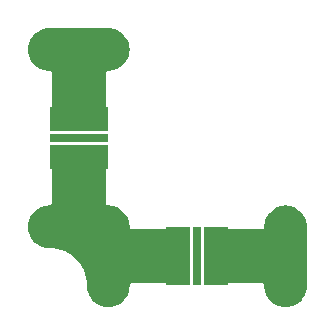
<source format=gbr>
%TF.GenerationSoftware,KiCad,Pcbnew,6.0.1-79c1e3a40b~116~ubuntu20.04.1*%
%TF.CreationDate,2022-01-29T12:22:12+01:00*%
%TF.ProjectId,pcb-connector-x2,7063622d-636f-46e6-9e65-63746f722d78,1*%
%TF.SameCoordinates,Original*%
%TF.FileFunction,Copper,L1,Top*%
%TF.FilePolarity,Positive*%
%FSLAX46Y46*%
G04 Gerber Fmt 4.6, Leading zero omitted, Abs format (unit mm)*
G04 Created by KiCad (PCBNEW 6.0.1-79c1e3a40b~116~ubuntu20.04.1) date 2022-01-29 12:22:12*
%MOMM*%
%LPD*%
G01*
G04 APERTURE LIST*
%TA.AperFunction,SMDPad,CuDef*%
%ADD10R,3.000000X0.800000*%
%TD*%
%TA.AperFunction,ComponentPad*%
%ADD11C,0.800000*%
%TD*%
%TA.AperFunction,SMDPad,CuDef*%
%ADD12R,3.000000X2.000000*%
%TD*%
%TA.AperFunction,SMDPad,CuDef*%
%ADD13R,0.800000X3.000000*%
%TD*%
%TA.AperFunction,SMDPad,CuDef*%
%ADD14R,2.000000X3.000000*%
%TD*%
%TA.AperFunction,ComponentPad*%
%ADD15C,3.400000*%
%TD*%
G04 APERTURE END LIST*
D10*
%TO.P,J2,1,Pin_1*%
%TO.N,Net-(J2-Pad1)*%
X138500000Y-92500000D03*
D11*
%TO.P,J2,2,Pin_2*%
%TO.N,GND*%
X138000000Y-94000000D03*
X139000000Y-94000000D03*
X139500000Y-91500000D03*
X137500000Y-91500000D03*
X139500000Y-93500000D03*
D12*
X138500000Y-90900000D03*
X138500000Y-94100000D03*
D11*
X138000000Y-91000000D03*
X139000000Y-91000000D03*
X138500000Y-91500000D03*
X137500000Y-93500000D03*
X138500000Y-93500000D03*
%TD*%
D13*
%TO.P,J3,1,Pin_1*%
%TO.N,Net-(J1-Pad1)*%
X147500000Y-103500000D03*
D11*
%TO.P,J3,2,Pin_2*%
%TO.N,GND*%
X146000000Y-103000000D03*
X146000000Y-104000000D03*
X148500000Y-104500000D03*
X148500000Y-102500000D03*
X146500000Y-104500000D03*
D14*
X149100000Y-103500000D03*
X145900000Y-103500000D03*
D11*
X149000000Y-103000000D03*
X149000000Y-104000000D03*
X148500000Y-103500000D03*
X146500000Y-102500000D03*
X146500000Y-103500000D03*
%TD*%
D13*
%TO.P,J1,1,Pin_1*%
%TO.N,Net-(J1-Pad1)*%
X147500000Y-101500000D03*
D11*
%TO.P,J1,2,Pin_2*%
%TO.N,GND*%
X149000000Y-102000000D03*
X149000000Y-101000000D03*
X146500000Y-100500000D03*
X146500000Y-102500000D03*
X148500000Y-100500000D03*
D14*
X145900000Y-101500000D03*
X149100000Y-101500000D03*
D11*
X146000000Y-102000000D03*
X146000000Y-101000000D03*
X146500000Y-101500000D03*
X148500000Y-102500000D03*
X148500000Y-101500000D03*
%TD*%
D10*
%TO.P,J4,1,Pin_1*%
%TO.N,Net-(J2-Pad1)*%
X136500000Y-92500000D03*
D11*
%TO.P,J4,2,Pin_2*%
%TO.N,GND*%
X137000000Y-91000000D03*
X136000000Y-91000000D03*
X135500000Y-93500000D03*
X137500000Y-93500000D03*
X135500000Y-91500000D03*
D12*
X136500000Y-94100000D03*
X136500000Y-90900000D03*
D11*
X137000000Y-94000000D03*
X136000000Y-94000000D03*
X136500000Y-93500000D03*
X137500000Y-91500000D03*
X136500000Y-91500000D03*
%TD*%
D15*
%TO.P,H2,1,1*%
%TO.N,GND*%
X140000000Y-105000000D03*
%TD*%
%TO.P,H7,1,1*%
%TO.N,GND*%
X140000000Y-85000000D03*
%TD*%
%TO.P,H1,1,1*%
%TO.N,GND*%
X155000000Y-100000000D03*
%TD*%
%TO.P,H3,1,1*%
%TO.N,GND*%
X140000000Y-100000000D03*
%TD*%
%TO.P,H6,1,1*%
%TO.N,GND*%
X135000000Y-85000000D03*
%TD*%
%TO.P,H5,1,1*%
%TO.N,GND*%
X155000000Y-105000000D03*
%TD*%
%TO.P,H4,1,1*%
%TO.N,GND*%
X135000000Y-100000000D03*
%TD*%
%TA.AperFunction,Conductor*%
%TO.N,GND*%
G36*
X139759191Y-93119407D02*
G01*
X139795155Y-93168907D01*
X139800000Y-93199500D01*
X139800000Y-97994123D01*
X139799955Y-98045449D01*
X139804781Y-98055498D01*
X139804781Y-98055500D01*
X139805185Y-98056341D01*
X139812463Y-98077183D01*
X139812670Y-98078093D01*
X139812672Y-98078096D01*
X139815150Y-98088962D01*
X139822097Y-98097680D01*
X139822520Y-98098211D01*
X139834334Y-98117046D01*
X139834625Y-98117653D01*
X139834628Y-98117657D01*
X139839453Y-98127705D01*
X139848893Y-98135254D01*
X139864484Y-98150872D01*
X139872015Y-98160323D01*
X139882058Y-98165167D01*
X139882663Y-98165459D01*
X139901478Y-98177308D01*
X139902005Y-98177730D01*
X139902010Y-98177732D01*
X139910715Y-98184694D01*
X139922405Y-98187382D01*
X139922492Y-98187402D01*
X139943318Y-98194715D01*
X139954202Y-98199965D01*
X139966018Y-98199975D01*
X139988120Y-98202494D01*
X139988774Y-98202644D01*
X139988775Y-98202644D01*
X139999642Y-98205143D01*
X140010517Y-98202682D01*
X140021664Y-98202702D01*
X140021664Y-98202863D01*
X140031669Y-98202076D01*
X140103759Y-98206801D01*
X140228475Y-98214975D01*
X140241302Y-98216663D01*
X140459516Y-98260068D01*
X140472016Y-98263418D01*
X140682691Y-98334933D01*
X140694653Y-98339889D01*
X140735816Y-98360188D01*
X140894180Y-98438284D01*
X140905386Y-98444753D01*
X141090385Y-98568365D01*
X141100639Y-98576233D01*
X141267914Y-98722930D01*
X141277069Y-98732085D01*
X141423767Y-98899361D01*
X141431635Y-98909615D01*
X141555247Y-99094614D01*
X141561716Y-99105820D01*
X141633929Y-99252253D01*
X141660111Y-99305346D01*
X141665067Y-99317309D01*
X141736581Y-99527980D01*
X141739932Y-99540484D01*
X141780381Y-99743833D01*
X141783336Y-99758691D01*
X141785026Y-99771530D01*
X141797891Y-99967816D01*
X141797101Y-99977628D01*
X141797375Y-99977628D01*
X141797355Y-99988778D01*
X141794857Y-99999642D01*
X141797317Y-100010514D01*
X141797317Y-100010516D01*
X141797525Y-100011433D01*
X141799965Y-100033360D01*
X141799964Y-100034298D01*
X141799965Y-100034301D01*
X141799955Y-100045449D01*
X141805072Y-100056106D01*
X141812386Y-100077110D01*
X141814995Y-100088639D01*
X141822512Y-100098106D01*
X141834220Y-100116807D01*
X141839453Y-100127705D01*
X141848157Y-100134666D01*
X141848158Y-100134667D01*
X141848684Y-100135087D01*
X141864385Y-100150843D01*
X141864801Y-100151367D01*
X141864803Y-100151369D01*
X141871736Y-100160100D01*
X141881770Y-100164961D01*
X141881771Y-100164962D01*
X141882613Y-100165370D01*
X141901279Y-100177147D01*
X141910715Y-100184694D01*
X141921578Y-100187192D01*
X141921583Y-100187194D01*
X141922236Y-100187344D01*
X141943220Y-100194733D01*
X141943822Y-100195025D01*
X141943823Y-100195025D01*
X141953853Y-100199885D01*
X141977041Y-100199946D01*
X141977036Y-100201667D01*
X141977277Y-100201643D01*
X141977277Y-100200000D01*
X141997758Y-100200000D01*
X142044297Y-100200122D01*
X142044298Y-100200122D01*
X142045100Y-100200124D01*
X142045350Y-100200005D01*
X142045390Y-100200000D01*
X146800500Y-100200000D01*
X146858691Y-100218907D01*
X146894655Y-100268407D01*
X146899500Y-100299000D01*
X146899500Y-104701000D01*
X146880593Y-104759191D01*
X146831093Y-104795155D01*
X146800500Y-104800000D01*
X142005877Y-104800000D01*
X141954551Y-104799955D01*
X141944502Y-104804781D01*
X141944500Y-104804781D01*
X141943659Y-104805185D01*
X141922817Y-104812463D01*
X141921907Y-104812670D01*
X141921904Y-104812672D01*
X141911038Y-104815150D01*
X141902320Y-104822097D01*
X141901789Y-104822520D01*
X141882954Y-104834334D01*
X141882347Y-104834625D01*
X141882343Y-104834628D01*
X141872295Y-104839453D01*
X141864746Y-104848893D01*
X141849128Y-104864484D01*
X141839677Y-104872015D01*
X141834593Y-104882555D01*
X141834541Y-104882663D01*
X141822692Y-104901478D01*
X141822270Y-104902005D01*
X141822268Y-104902010D01*
X141815306Y-104910715D01*
X141812808Y-104921581D01*
X141812598Y-104922492D01*
X141805285Y-104943318D01*
X141800035Y-104954202D01*
X141800025Y-104965701D01*
X141800025Y-104966016D01*
X141797506Y-104988120D01*
X141797426Y-104988470D01*
X141794857Y-104999642D01*
X141797318Y-105010517D01*
X141797298Y-105021663D01*
X141796985Y-105021662D01*
X141797739Y-105031614D01*
X141782184Y-105249109D01*
X141780173Y-105263091D01*
X141728593Y-105500197D01*
X141724614Y-105513750D01*
X141639812Y-105741113D01*
X141633944Y-105753962D01*
X141517649Y-105966938D01*
X141510013Y-105978820D01*
X141364595Y-106173077D01*
X141355345Y-106183753D01*
X141183753Y-106355345D01*
X141173077Y-106364595D01*
X140978820Y-106510013D01*
X140966938Y-106517649D01*
X140753962Y-106633944D01*
X140741113Y-106639812D01*
X140603110Y-106691284D01*
X140513747Y-106724615D01*
X140500200Y-106728592D01*
X140263088Y-106780173D01*
X140249112Y-106782184D01*
X140007061Y-106799495D01*
X139992939Y-106799495D01*
X139750888Y-106782184D01*
X139736912Y-106780173D01*
X139499800Y-106728592D01*
X139486253Y-106724615D01*
X139396890Y-106691284D01*
X139258887Y-106639812D01*
X139246038Y-106633944D01*
X139033062Y-106517649D01*
X139021180Y-106510013D01*
X138826923Y-106364595D01*
X138816247Y-106355345D01*
X138644655Y-106183753D01*
X138635405Y-106173077D01*
X138489987Y-105978820D01*
X138482351Y-105966938D01*
X138366056Y-105753962D01*
X138360188Y-105741113D01*
X138275386Y-105513750D01*
X138271407Y-105500197D01*
X138219827Y-105263091D01*
X138217816Y-105249109D01*
X138202316Y-105032382D01*
X138203927Y-105011833D01*
X138203235Y-105011753D01*
X138203877Y-105006176D01*
X138205142Y-105000716D01*
X138205143Y-105000000D01*
X138204197Y-104995852D01*
X138204135Y-104995100D01*
X138203804Y-104988774D01*
X138186838Y-104665050D01*
X138134368Y-104333769D01*
X138047558Y-104009788D01*
X137927357Y-103696656D01*
X137926184Y-103694353D01*
X137926180Y-103694345D01*
X137776261Y-103400111D01*
X137776256Y-103400103D01*
X137775085Y-103397804D01*
X137681846Y-103254229D01*
X137593824Y-103118687D01*
X137593818Y-103118679D01*
X137592407Y-103116506D01*
X137381327Y-102855844D01*
X137144156Y-102618673D01*
X136883494Y-102407593D01*
X136881321Y-102406182D01*
X136881313Y-102406176D01*
X136604374Y-102226329D01*
X136604368Y-102226326D01*
X136602196Y-102224915D01*
X136599897Y-102223744D01*
X136599889Y-102223739D01*
X136305655Y-102073820D01*
X136305647Y-102073816D01*
X136303344Y-102072643D01*
X135990212Y-101952442D01*
X135987715Y-101951773D01*
X135987709Y-101951771D01*
X135668740Y-101866304D01*
X135668735Y-101866303D01*
X135666231Y-101865632D01*
X135628753Y-101859696D01*
X135337516Y-101813568D01*
X135337508Y-101813567D01*
X135334950Y-101813162D01*
X135006046Y-101795925D01*
X135004910Y-101795831D01*
X135000716Y-101794858D01*
X135000360Y-101794858D01*
X135000358Y-101794857D01*
X135000000Y-101794857D01*
X134994588Y-101796091D01*
X134989061Y-101796714D01*
X134988995Y-101796124D01*
X134968132Y-101797720D01*
X134829375Y-101787797D01*
X134750888Y-101782184D01*
X134736912Y-101780173D01*
X134499800Y-101728592D01*
X134486253Y-101724615D01*
X134396890Y-101691284D01*
X134258887Y-101639812D01*
X134246038Y-101633944D01*
X134033062Y-101517649D01*
X134021180Y-101510013D01*
X133826923Y-101364595D01*
X133816247Y-101355345D01*
X133644655Y-101183753D01*
X133635405Y-101173077D01*
X133489987Y-100978820D01*
X133482351Y-100966938D01*
X133366056Y-100753962D01*
X133360188Y-100741113D01*
X133275386Y-100513750D01*
X133271407Y-100500197D01*
X133225197Y-100287774D01*
X133219827Y-100263088D01*
X133217816Y-100249109D01*
X133217223Y-100240809D01*
X133200505Y-100007061D01*
X133200505Y-99992938D01*
X133217816Y-99750891D01*
X133219827Y-99736909D01*
X133263941Y-99534126D01*
X133271408Y-99499800D01*
X133275386Y-99486250D01*
X133280499Y-99472543D01*
X133340687Y-99311170D01*
X133360188Y-99258887D01*
X133366056Y-99246038D01*
X133482351Y-99033062D01*
X133489987Y-99021180D01*
X133635405Y-98826923D01*
X133644655Y-98816247D01*
X133816247Y-98644655D01*
X133826923Y-98635405D01*
X134021180Y-98489987D01*
X134033062Y-98482351D01*
X134246038Y-98366056D01*
X134258887Y-98360188D01*
X134396890Y-98308716D01*
X134486253Y-98275385D01*
X134499800Y-98271408D01*
X134736912Y-98219827D01*
X134750888Y-98217816D01*
X134967873Y-98202298D01*
X134977628Y-98203054D01*
X134977629Y-98202626D01*
X134988779Y-98202645D01*
X134999642Y-98205143D01*
X135010514Y-98202683D01*
X135010515Y-98202683D01*
X135010904Y-98202595D01*
X135011434Y-98202475D01*
X135033360Y-98200035D01*
X135034298Y-98200036D01*
X135034301Y-98200035D01*
X135045449Y-98200045D01*
X135056106Y-98194928D01*
X135077110Y-98187614D01*
X135077765Y-98187466D01*
X135077767Y-98187465D01*
X135088639Y-98185005D01*
X135098106Y-98177488D01*
X135116809Y-98165779D01*
X135127705Y-98160547D01*
X135134666Y-98151843D01*
X135134667Y-98151842D01*
X135135087Y-98151316D01*
X135150843Y-98135615D01*
X135151367Y-98135199D01*
X135151369Y-98135197D01*
X135160100Y-98128264D01*
X135165370Y-98117387D01*
X135177147Y-98098722D01*
X135177731Y-98097992D01*
X135177731Y-98097991D01*
X135184694Y-98089285D01*
X135187192Y-98078422D01*
X135187194Y-98078417D01*
X135187344Y-98077764D01*
X135194733Y-98056780D01*
X135195025Y-98056178D01*
X135195025Y-98056177D01*
X135199885Y-98046147D01*
X135199946Y-98022959D01*
X135201667Y-98022964D01*
X135201643Y-98022723D01*
X135200000Y-98022723D01*
X135200000Y-98002242D01*
X135200122Y-97955703D01*
X135200122Y-97955702D01*
X135200124Y-97954900D01*
X135200005Y-97954650D01*
X135200000Y-97954610D01*
X135200000Y-93199500D01*
X135218907Y-93141309D01*
X135268407Y-93105345D01*
X135299000Y-93100500D01*
X139701000Y-93100500D01*
X139759191Y-93119407D01*
G37*
%TD.AperFunction*%
%TA.AperFunction,Conductor*%
G36*
X155249112Y-98217816D02*
G01*
X155263088Y-98219827D01*
X155500200Y-98271408D01*
X155513747Y-98275385D01*
X155603110Y-98308716D01*
X155741113Y-98360188D01*
X155753962Y-98366056D01*
X155966938Y-98482351D01*
X155978820Y-98489987D01*
X156173077Y-98635405D01*
X156183753Y-98644655D01*
X156355345Y-98816247D01*
X156364595Y-98826923D01*
X156510013Y-99021180D01*
X156517649Y-99033062D01*
X156633944Y-99246038D01*
X156639812Y-99258887D01*
X156659313Y-99311170D01*
X156719502Y-99472543D01*
X156724614Y-99486250D01*
X156728592Y-99499800D01*
X156736060Y-99534126D01*
X156780173Y-99736909D01*
X156782184Y-99750891D01*
X156797702Y-99967873D01*
X156796946Y-99977628D01*
X156797374Y-99977629D01*
X156797355Y-99988779D01*
X156794857Y-99999642D01*
X156797317Y-100010514D01*
X156797317Y-100010515D01*
X156797559Y-100011583D01*
X156800000Y-100033432D01*
X156800000Y-104966040D01*
X156797482Y-104988227D01*
X156794857Y-104999642D01*
X156797318Y-105010517D01*
X156797298Y-105021663D01*
X156796985Y-105021662D01*
X156797739Y-105031614D01*
X156782184Y-105249109D01*
X156780173Y-105263091D01*
X156728593Y-105500197D01*
X156724614Y-105513750D01*
X156639812Y-105741113D01*
X156633944Y-105753962D01*
X156517649Y-105966938D01*
X156510013Y-105978820D01*
X156364595Y-106173077D01*
X156355345Y-106183753D01*
X156183753Y-106355345D01*
X156173077Y-106364595D01*
X155978820Y-106510013D01*
X155966938Y-106517649D01*
X155753962Y-106633944D01*
X155741113Y-106639812D01*
X155603110Y-106691284D01*
X155513747Y-106724615D01*
X155500200Y-106728592D01*
X155263088Y-106780173D01*
X155249112Y-106782184D01*
X155007061Y-106799495D01*
X154992939Y-106799495D01*
X154750888Y-106782184D01*
X154736912Y-106780173D01*
X154499800Y-106728592D01*
X154486253Y-106724615D01*
X154396890Y-106691284D01*
X154258887Y-106639812D01*
X154246038Y-106633944D01*
X154033062Y-106517649D01*
X154021180Y-106510013D01*
X153826923Y-106364595D01*
X153816247Y-106355345D01*
X153644655Y-106183753D01*
X153635405Y-106173077D01*
X153489987Y-105978820D01*
X153482351Y-105966938D01*
X153366056Y-105753962D01*
X153360188Y-105741113D01*
X153275386Y-105513750D01*
X153271407Y-105500197D01*
X153219827Y-105263091D01*
X153217816Y-105249109D01*
X153202316Y-105032382D01*
X153203927Y-105011833D01*
X153203235Y-105011753D01*
X153203877Y-105006175D01*
X153205142Y-105000716D01*
X153205143Y-105000000D01*
X153203900Y-104994550D01*
X153203899Y-104994543D01*
X153202514Y-104988470D01*
X153200035Y-104966372D01*
X153200036Y-104965701D01*
X153200035Y-104965698D01*
X153200045Y-104954551D01*
X153195058Y-104944164D01*
X153194815Y-104943659D01*
X153187537Y-104922817D01*
X153187330Y-104921907D01*
X153187328Y-104921904D01*
X153184850Y-104911038D01*
X153177480Y-104901789D01*
X153165666Y-104882954D01*
X153165375Y-104882347D01*
X153165372Y-104882343D01*
X153160547Y-104872295D01*
X153151107Y-104864746D01*
X153135516Y-104849128D01*
X153127985Y-104839677D01*
X153117337Y-104834541D01*
X153098522Y-104822692D01*
X153097995Y-104822270D01*
X153097990Y-104822268D01*
X153089285Y-104815306D01*
X153077508Y-104812598D01*
X153056682Y-104805285D01*
X153055836Y-104804877D01*
X153045798Y-104800035D01*
X153034653Y-104800025D01*
X153034652Y-104800025D01*
X153022787Y-104800015D01*
X153022789Y-104798270D01*
X153022723Y-104798276D01*
X153022723Y-104800000D01*
X153005877Y-104800000D01*
X152954840Y-104799955D01*
X152954551Y-104799955D01*
X152954463Y-104799997D01*
X152954439Y-104800000D01*
X148199500Y-104800000D01*
X148141309Y-104781093D01*
X148105345Y-104731593D01*
X148100500Y-104701000D01*
X148100500Y-100299000D01*
X148119407Y-100240809D01*
X148168907Y-100204845D01*
X148199500Y-100200000D01*
X152997758Y-100200000D01*
X153033953Y-100200095D01*
X153033954Y-100200095D01*
X153045100Y-100200124D01*
X153055157Y-100195317D01*
X153055159Y-100195316D01*
X153056242Y-100194798D01*
X153076918Y-100187598D01*
X153088962Y-100184850D01*
X153098001Y-100177647D01*
X153117001Y-100165752D01*
X153117365Y-100165578D01*
X153117366Y-100165577D01*
X153127424Y-100160769D01*
X153135153Y-100151139D01*
X153150664Y-100135682D01*
X153151604Y-100134933D01*
X153160323Y-100127985D01*
X153165344Y-100117575D01*
X153177306Y-100098618D01*
X153177560Y-100098301D01*
X153184538Y-100089607D01*
X153187328Y-100077572D01*
X153194601Y-100056920D01*
X153199965Y-100045798D01*
X153199975Y-100034243D01*
X153202532Y-100011975D01*
X153202871Y-100010516D01*
X153205142Y-100000716D01*
X153205143Y-100000000D01*
X153203899Y-99994545D01*
X153203278Y-99988995D01*
X153203870Y-99988929D01*
X153202280Y-99968132D01*
X153217816Y-99750891D01*
X153219827Y-99736909D01*
X153263941Y-99534126D01*
X153271408Y-99499800D01*
X153275386Y-99486250D01*
X153280499Y-99472543D01*
X153340687Y-99311170D01*
X153360188Y-99258887D01*
X153366056Y-99246038D01*
X153482351Y-99033062D01*
X153489987Y-99021180D01*
X153635405Y-98826923D01*
X153644655Y-98816247D01*
X153816247Y-98644655D01*
X153826923Y-98635405D01*
X154021180Y-98489987D01*
X154033062Y-98482351D01*
X154246038Y-98366056D01*
X154258887Y-98360188D01*
X154396890Y-98308716D01*
X154486253Y-98275385D01*
X154499800Y-98271408D01*
X154736912Y-98219827D01*
X154750888Y-98217816D01*
X154992939Y-98200505D01*
X155007061Y-98200505D01*
X155249112Y-98217816D01*
G37*
%TD.AperFunction*%
%TA.AperFunction,Conductor*%
G36*
X139988227Y-83202518D02*
G01*
X139999642Y-83205143D01*
X140010517Y-83202682D01*
X140021663Y-83202702D01*
X140021662Y-83203015D01*
X140031612Y-83202261D01*
X140249112Y-83217816D01*
X140263088Y-83219827D01*
X140500200Y-83271408D01*
X140513747Y-83275385D01*
X140603110Y-83308716D01*
X140741113Y-83360188D01*
X140753962Y-83366056D01*
X140966938Y-83482351D01*
X140978820Y-83489987D01*
X141173077Y-83635405D01*
X141183753Y-83644655D01*
X141355345Y-83816247D01*
X141364595Y-83826923D01*
X141510013Y-84021180D01*
X141517649Y-84033062D01*
X141633944Y-84246038D01*
X141639812Y-84258887D01*
X141724614Y-84486250D01*
X141728593Y-84499803D01*
X141780173Y-84736909D01*
X141782184Y-84750891D01*
X141799495Y-84992938D01*
X141799495Y-85007062D01*
X141782184Y-85249109D01*
X141780173Y-85263091D01*
X141728593Y-85500197D01*
X141724614Y-85513750D01*
X141639812Y-85741113D01*
X141633944Y-85753962D01*
X141517649Y-85966938D01*
X141510013Y-85978820D01*
X141364595Y-86173077D01*
X141355345Y-86183753D01*
X141183753Y-86355345D01*
X141173077Y-86364595D01*
X140978820Y-86510013D01*
X140966938Y-86517649D01*
X140753962Y-86633944D01*
X140741113Y-86639812D01*
X140603110Y-86691284D01*
X140513747Y-86724615D01*
X140500200Y-86728592D01*
X140263088Y-86780173D01*
X140249112Y-86782184D01*
X140032127Y-86797702D01*
X140022372Y-86796946D01*
X140022371Y-86797374D01*
X140011221Y-86797355D01*
X140000358Y-86794857D01*
X139989486Y-86797317D01*
X139989485Y-86797317D01*
X139989096Y-86797405D01*
X139988566Y-86797525D01*
X139966640Y-86799965D01*
X139965702Y-86799964D01*
X139965699Y-86799965D01*
X139954551Y-86799955D01*
X139943894Y-86805072D01*
X139922890Y-86812386D01*
X139922235Y-86812534D01*
X139922233Y-86812535D01*
X139911361Y-86814995D01*
X139901894Y-86822512D01*
X139883193Y-86834220D01*
X139872295Y-86839453D01*
X139865334Y-86848157D01*
X139865333Y-86848158D01*
X139864913Y-86848684D01*
X139849157Y-86864385D01*
X139848633Y-86864801D01*
X139848631Y-86864803D01*
X139839900Y-86871736D01*
X139835039Y-86881770D01*
X139835038Y-86881771D01*
X139834630Y-86882613D01*
X139822853Y-86901278D01*
X139815306Y-86910715D01*
X139812808Y-86921578D01*
X139812806Y-86921583D01*
X139812656Y-86922236D01*
X139805267Y-86943220D01*
X139800115Y-86953853D01*
X139800054Y-86977041D01*
X139798333Y-86977036D01*
X139798357Y-86977277D01*
X139800000Y-86977277D01*
X139800000Y-86997758D01*
X139799876Y-87045100D01*
X139799995Y-87045350D01*
X139800000Y-87045390D01*
X139800000Y-91800500D01*
X139781093Y-91858691D01*
X139731593Y-91894655D01*
X139701000Y-91899500D01*
X135299000Y-91899500D01*
X135240809Y-91880593D01*
X135204845Y-91831093D01*
X135200000Y-91800500D01*
X135200000Y-87005877D01*
X135200035Y-86965700D01*
X135200045Y-86954551D01*
X135194815Y-86943659D01*
X135187537Y-86922817D01*
X135187330Y-86921907D01*
X135187328Y-86921904D01*
X135184850Y-86911038D01*
X135177480Y-86901789D01*
X135165666Y-86882954D01*
X135165375Y-86882347D01*
X135165372Y-86882343D01*
X135160547Y-86872295D01*
X135151107Y-86864746D01*
X135135516Y-86849128D01*
X135127985Y-86839677D01*
X135117337Y-86834541D01*
X135098522Y-86822692D01*
X135097995Y-86822270D01*
X135097990Y-86822268D01*
X135089285Y-86815306D01*
X135077508Y-86812598D01*
X135056682Y-86805285D01*
X135055836Y-86804877D01*
X135045798Y-86800035D01*
X135033982Y-86800025D01*
X135011880Y-86797506D01*
X135011226Y-86797356D01*
X135011225Y-86797356D01*
X135000358Y-86794857D01*
X134989483Y-86797318D01*
X134978337Y-86797298D01*
X134978338Y-86796985D01*
X134968388Y-86797739D01*
X134750888Y-86782184D01*
X134736912Y-86780173D01*
X134499800Y-86728592D01*
X134486253Y-86724615D01*
X134396890Y-86691284D01*
X134258887Y-86639812D01*
X134246038Y-86633944D01*
X134033062Y-86517649D01*
X134021180Y-86510013D01*
X133826923Y-86364595D01*
X133816247Y-86355345D01*
X133644655Y-86183753D01*
X133635405Y-86173077D01*
X133489987Y-85978820D01*
X133482351Y-85966938D01*
X133366056Y-85753962D01*
X133360188Y-85741113D01*
X133275386Y-85513750D01*
X133271407Y-85500197D01*
X133219827Y-85263091D01*
X133217816Y-85249109D01*
X133200505Y-85007062D01*
X133200505Y-84992938D01*
X133217816Y-84750891D01*
X133219827Y-84736909D01*
X133271407Y-84499803D01*
X133275386Y-84486250D01*
X133360188Y-84258887D01*
X133366056Y-84246038D01*
X133482351Y-84033062D01*
X133489987Y-84021180D01*
X133635405Y-83826923D01*
X133644655Y-83816247D01*
X133816247Y-83644655D01*
X133826923Y-83635405D01*
X134021180Y-83489987D01*
X134033062Y-83482351D01*
X134246038Y-83366056D01*
X134258887Y-83360188D01*
X134396890Y-83308716D01*
X134486253Y-83275385D01*
X134499800Y-83271408D01*
X134736912Y-83219827D01*
X134750888Y-83217816D01*
X134967873Y-83202298D01*
X134977628Y-83203054D01*
X134977629Y-83202626D01*
X134988779Y-83202645D01*
X134999642Y-83205143D01*
X135010514Y-83202683D01*
X135010515Y-83202683D01*
X135011583Y-83202441D01*
X135033432Y-83200000D01*
X139966040Y-83200000D01*
X139988227Y-83202518D01*
G37*
%TD.AperFunction*%
%TD*%
M02*

</source>
